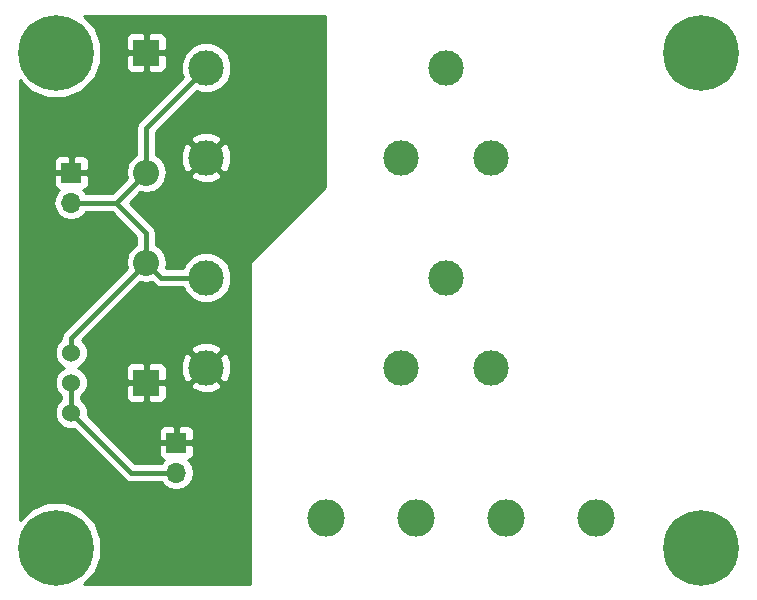
<source format=gtl>
G04 #@! TF.FileFunction,Copper,L1,Top,Signal*
%FSLAX46Y46*%
G04 Gerber Fmt 4.6, Leading zero omitted, Abs format (unit mm)*
G04 Created by KiCad (PCBNEW 4.0.4+e1-6308~48~ubuntu15.10.1-stable) date Tue Jan 24 12:24:32 2017*
%MOMM*%
%LPD*%
G01*
G04 APERTURE LIST*
%ADD10C,0.100000*%
%ADD11R,2.200000X2.200000*%
%ADD12O,2.200000X2.200000*%
%ADD13C,2.999740*%
%ADD14R,1.700000X1.700000*%
%ADD15O,1.700000X1.700000*%
%ADD16C,3.175000*%
%ADD17C,1.524000*%
%ADD18C,6.400000*%
%ADD19C,0.381000*%
%ADD20C,0.254000*%
G04 APERTURE END LIST*
D10*
D11*
X123190000Y-74930000D03*
D12*
X123190000Y-85090000D03*
D13*
X144780000Y-83820000D03*
X128270000Y-76200000D03*
X128270000Y-83820000D03*
X148590000Y-76200000D03*
X152400000Y-83820000D03*
X144780000Y-101600000D03*
X128270000Y-93980000D03*
X128270000Y-101600000D03*
X148590000Y-93980000D03*
X152400000Y-101600000D03*
D14*
X116840000Y-85090000D03*
D15*
X116840000Y-87630000D03*
D16*
X153670000Y-114300000D03*
X161290000Y-114300000D03*
X138430000Y-114300000D03*
X146050000Y-114300000D03*
D17*
X116840000Y-102870000D03*
X116840000Y-105410000D03*
X116840000Y-100330000D03*
D11*
X123190000Y-102870000D03*
D12*
X123190000Y-92710000D03*
D14*
X125730000Y-107950000D03*
D15*
X125730000Y-110490000D03*
D18*
X170180000Y-74930000D03*
X115570000Y-74930000D03*
X115570000Y-116840000D03*
X170180000Y-116840000D03*
D19*
X123190000Y-92710000D02*
X116840000Y-99060000D01*
X116840000Y-99060000D02*
X116840000Y-100330000D01*
X123190000Y-92710000D02*
X124460000Y-93980000D01*
X124460000Y-93980000D02*
X128270000Y-93980000D01*
X120650000Y-87630000D02*
X123190000Y-90170000D01*
X123190000Y-90170000D02*
X123190000Y-92710000D01*
X123190000Y-85090000D02*
X120650000Y-87630000D01*
X120650000Y-87630000D02*
X116840000Y-87630000D01*
X128270000Y-76200000D02*
X123190000Y-81280000D01*
X123190000Y-81280000D02*
X123190000Y-85090000D01*
X116840000Y-105410000D02*
X121920000Y-110490000D01*
X121920000Y-110490000D02*
X125730000Y-110490000D01*
X116840000Y-102870000D02*
X116840000Y-105410000D01*
D20*
G36*
X138303000Y-86307394D02*
X131990197Y-92620197D01*
X131962334Y-92662211D01*
X131953000Y-92710000D01*
X131953000Y-119940000D01*
X117892832Y-119940000D01*
X118819259Y-119015189D01*
X119404333Y-117606175D01*
X119405664Y-116080518D01*
X118823050Y-114670485D01*
X117745189Y-113590741D01*
X116336175Y-113005667D01*
X114810518Y-113004336D01*
X113400485Y-113586950D01*
X112470000Y-114515812D01*
X112470000Y-87630000D01*
X115325907Y-87630000D01*
X115438946Y-88198285D01*
X115760853Y-88680054D01*
X116242622Y-89001961D01*
X116810907Y-89115000D01*
X116869093Y-89115000D01*
X117437378Y-89001961D01*
X117919147Y-88680054D01*
X118069189Y-88455500D01*
X120308066Y-88455500D01*
X122364500Y-90511933D01*
X122364500Y-91181018D01*
X121963170Y-91449179D01*
X121587069Y-92012053D01*
X121455000Y-92676009D01*
X121455000Y-92743991D01*
X121543526Y-93189040D01*
X116256283Y-98476283D01*
X116077337Y-98744094D01*
X116077337Y-98744095D01*
X116014500Y-99060000D01*
X116014500Y-99180126D01*
X115656371Y-99537630D01*
X115443243Y-100050900D01*
X115442758Y-100606661D01*
X115654990Y-101120303D01*
X116047630Y-101513629D01*
X116255512Y-101599949D01*
X116049697Y-101684990D01*
X115656371Y-102077630D01*
X115443243Y-102590900D01*
X115442758Y-103146661D01*
X115654990Y-103660303D01*
X116014500Y-104020441D01*
X116014500Y-104260126D01*
X115656371Y-104617630D01*
X115443243Y-105130900D01*
X115442758Y-105686661D01*
X115654990Y-106200303D01*
X116047630Y-106593629D01*
X116560900Y-106806757D01*
X117069767Y-106807201D01*
X121336283Y-111073717D01*
X121604094Y-111252663D01*
X121920000Y-111315501D01*
X121920005Y-111315500D01*
X124500811Y-111315500D01*
X124650853Y-111540054D01*
X125132622Y-111861961D01*
X125700907Y-111975000D01*
X125759093Y-111975000D01*
X126327378Y-111861961D01*
X126809147Y-111540054D01*
X127131054Y-111058285D01*
X127244093Y-110490000D01*
X127131054Y-109921715D01*
X126809147Y-109439946D01*
X126765223Y-109410597D01*
X126939698Y-109338327D01*
X127118327Y-109159699D01*
X127215000Y-108926310D01*
X127215000Y-108235750D01*
X127056250Y-108077000D01*
X125857000Y-108077000D01*
X125857000Y-108097000D01*
X125603000Y-108097000D01*
X125603000Y-108077000D01*
X124403750Y-108077000D01*
X124245000Y-108235750D01*
X124245000Y-108926310D01*
X124341673Y-109159699D01*
X124520302Y-109338327D01*
X124694777Y-109410597D01*
X124650853Y-109439946D01*
X124500811Y-109664500D01*
X122261934Y-109664500D01*
X119571124Y-106973690D01*
X124245000Y-106973690D01*
X124245000Y-107664250D01*
X124403750Y-107823000D01*
X125603000Y-107823000D01*
X125603000Y-106623750D01*
X125857000Y-106623750D01*
X125857000Y-107823000D01*
X127056250Y-107823000D01*
X127215000Y-107664250D01*
X127215000Y-106973690D01*
X127118327Y-106740301D01*
X126939698Y-106561673D01*
X126706309Y-106465000D01*
X126015750Y-106465000D01*
X125857000Y-106623750D01*
X125603000Y-106623750D01*
X125444250Y-106465000D01*
X124753691Y-106465000D01*
X124520302Y-106561673D01*
X124341673Y-106740301D01*
X124245000Y-106973690D01*
X119571124Y-106973690D01*
X118236800Y-105639366D01*
X118237242Y-105133339D01*
X118025010Y-104619697D01*
X117665500Y-104259559D01*
X117665500Y-104019874D01*
X118023629Y-103662370D01*
X118233995Y-103155750D01*
X121455000Y-103155750D01*
X121455000Y-104096309D01*
X121551673Y-104329698D01*
X121730301Y-104508327D01*
X121963690Y-104605000D01*
X122904250Y-104605000D01*
X123063000Y-104446250D01*
X123063000Y-102997000D01*
X123317000Y-102997000D01*
X123317000Y-104446250D01*
X123475750Y-104605000D01*
X124416310Y-104605000D01*
X124649699Y-104508327D01*
X124828327Y-104329698D01*
X124925000Y-104096309D01*
X124925000Y-103155750D01*
X124883127Y-103113877D01*
X126935728Y-103113877D01*
X127095495Y-103432632D01*
X127886217Y-103742595D01*
X128735366Y-103726367D01*
X129444505Y-103432632D01*
X129604272Y-103113877D01*
X128270000Y-101779605D01*
X126935728Y-103113877D01*
X124883127Y-103113877D01*
X124766250Y-102997000D01*
X123317000Y-102997000D01*
X123063000Y-102997000D01*
X121613750Y-102997000D01*
X121455000Y-103155750D01*
X118233995Y-103155750D01*
X118236757Y-103149100D01*
X118237242Y-102593339D01*
X118025010Y-102079697D01*
X117632370Y-101686371D01*
X117529585Y-101643691D01*
X121455000Y-101643691D01*
X121455000Y-102584250D01*
X121613750Y-102743000D01*
X123063000Y-102743000D01*
X123063000Y-101293750D01*
X123317000Y-101293750D01*
X123317000Y-102743000D01*
X124766250Y-102743000D01*
X124925000Y-102584250D01*
X124925000Y-101643691D01*
X124828327Y-101410302D01*
X124649699Y-101231673D01*
X124612385Y-101216217D01*
X126127405Y-101216217D01*
X126143633Y-102065366D01*
X126437368Y-102774505D01*
X126756123Y-102934272D01*
X128090395Y-101600000D01*
X128449605Y-101600000D01*
X129783877Y-102934272D01*
X130102632Y-102774505D01*
X130412595Y-101983783D01*
X130396367Y-101134634D01*
X130102632Y-100425495D01*
X129783877Y-100265728D01*
X128449605Y-101600000D01*
X128090395Y-101600000D01*
X126756123Y-100265728D01*
X126437368Y-100425495D01*
X126127405Y-101216217D01*
X124612385Y-101216217D01*
X124416310Y-101135000D01*
X123475750Y-101135000D01*
X123317000Y-101293750D01*
X123063000Y-101293750D01*
X122904250Y-101135000D01*
X121963690Y-101135000D01*
X121730301Y-101231673D01*
X121551673Y-101410302D01*
X121455000Y-101643691D01*
X117529585Y-101643691D01*
X117424488Y-101600051D01*
X117630303Y-101515010D01*
X118023629Y-101122370D01*
X118236757Y-100609100D01*
X118237213Y-100086123D01*
X126935728Y-100086123D01*
X128270000Y-101420395D01*
X129604272Y-100086123D01*
X129444505Y-99767368D01*
X128653783Y-99457405D01*
X127804634Y-99473633D01*
X127095495Y-99767368D01*
X126935728Y-100086123D01*
X118237213Y-100086123D01*
X118237242Y-100053339D01*
X118025010Y-99539697D01*
X117776591Y-99290843D01*
X122688248Y-94379186D01*
X123190000Y-94478991D01*
X123691753Y-94379186D01*
X123876281Y-94563714D01*
X123876283Y-94563717D01*
X124036824Y-94670987D01*
X124144094Y-94742663D01*
X124460000Y-94805500D01*
X126301157Y-94805500D01*
X126459090Y-95187727D01*
X127059114Y-95788800D01*
X127843485Y-96114499D01*
X128692789Y-96115240D01*
X129477727Y-95790910D01*
X130078800Y-95190886D01*
X130404499Y-94406515D01*
X130405240Y-93557211D01*
X130080910Y-92772273D01*
X129480886Y-92171200D01*
X128696515Y-91845501D01*
X127847211Y-91844760D01*
X127062273Y-92169090D01*
X126461200Y-92769114D01*
X126301174Y-93154500D01*
X124843345Y-93154500D01*
X124925000Y-92743991D01*
X124925000Y-92676009D01*
X124792931Y-92012053D01*
X124416830Y-91449179D01*
X124015500Y-91181018D01*
X124015500Y-90170000D01*
X123952663Y-89854095D01*
X123773717Y-89586283D01*
X123773714Y-89586281D01*
X121817434Y-87630000D01*
X122688247Y-86759186D01*
X123190000Y-86858991D01*
X123853956Y-86726922D01*
X124416830Y-86350821D01*
X124792931Y-85787947D01*
X124883251Y-85333877D01*
X126935728Y-85333877D01*
X127095495Y-85652632D01*
X127886217Y-85962595D01*
X128735366Y-85946367D01*
X129444505Y-85652632D01*
X129604272Y-85333877D01*
X128270000Y-83999605D01*
X126935728Y-85333877D01*
X124883251Y-85333877D01*
X124925000Y-85123991D01*
X124925000Y-85056009D01*
X124792931Y-84392053D01*
X124416830Y-83829179D01*
X124015500Y-83561018D01*
X124015500Y-83436217D01*
X126127405Y-83436217D01*
X126143633Y-84285366D01*
X126437368Y-84994505D01*
X126756123Y-85154272D01*
X128090395Y-83820000D01*
X128449605Y-83820000D01*
X129783877Y-85154272D01*
X130102632Y-84994505D01*
X130412595Y-84203783D01*
X130396367Y-83354634D01*
X130102632Y-82645495D01*
X129783877Y-82485728D01*
X128449605Y-83820000D01*
X128090395Y-83820000D01*
X126756123Y-82485728D01*
X126437368Y-82645495D01*
X126127405Y-83436217D01*
X124015500Y-83436217D01*
X124015500Y-82306123D01*
X126935728Y-82306123D01*
X128270000Y-83640395D01*
X129604272Y-82306123D01*
X129444505Y-81987368D01*
X128653783Y-81677405D01*
X127804634Y-81693633D01*
X127095495Y-81987368D01*
X126935728Y-82306123D01*
X124015500Y-82306123D01*
X124015500Y-81621934D01*
X127461535Y-78175899D01*
X127843485Y-78334499D01*
X128692789Y-78335240D01*
X129477727Y-78010910D01*
X130078800Y-77410886D01*
X130404499Y-76626515D01*
X130405240Y-75777211D01*
X130080910Y-74992273D01*
X129480886Y-74391200D01*
X128696515Y-74065501D01*
X127847211Y-74064760D01*
X127062273Y-74389090D01*
X126461200Y-74989114D01*
X126135501Y-75773485D01*
X126134760Y-76622789D01*
X126294113Y-77008453D01*
X122606283Y-80696283D01*
X122427337Y-80964094D01*
X122427337Y-80964095D01*
X122364500Y-81280000D01*
X122364500Y-83561018D01*
X121963170Y-83829179D01*
X121587069Y-84392053D01*
X121455000Y-85056009D01*
X121455000Y-85123991D01*
X121543526Y-85569041D01*
X120308066Y-86804500D01*
X118069189Y-86804500D01*
X117919147Y-86579946D01*
X117875223Y-86550597D01*
X118049698Y-86478327D01*
X118228327Y-86299699D01*
X118325000Y-86066310D01*
X118325000Y-85375750D01*
X118166250Y-85217000D01*
X116967000Y-85217000D01*
X116967000Y-85237000D01*
X116713000Y-85237000D01*
X116713000Y-85217000D01*
X115513750Y-85217000D01*
X115355000Y-85375750D01*
X115355000Y-86066310D01*
X115451673Y-86299699D01*
X115630302Y-86478327D01*
X115804777Y-86550597D01*
X115760853Y-86579946D01*
X115438946Y-87061715D01*
X115325907Y-87630000D01*
X112470000Y-87630000D01*
X112470000Y-84113690D01*
X115355000Y-84113690D01*
X115355000Y-84804250D01*
X115513750Y-84963000D01*
X116713000Y-84963000D01*
X116713000Y-83763750D01*
X116967000Y-83763750D01*
X116967000Y-84963000D01*
X118166250Y-84963000D01*
X118325000Y-84804250D01*
X118325000Y-84113690D01*
X118228327Y-83880301D01*
X118049698Y-83701673D01*
X117816309Y-83605000D01*
X117125750Y-83605000D01*
X116967000Y-83763750D01*
X116713000Y-83763750D01*
X116554250Y-83605000D01*
X115863691Y-83605000D01*
X115630302Y-83701673D01*
X115451673Y-83880301D01*
X115355000Y-84113690D01*
X112470000Y-84113690D01*
X112470000Y-77252832D01*
X113394811Y-78179259D01*
X114803825Y-78764333D01*
X116329482Y-78765664D01*
X117739515Y-78183050D01*
X118819259Y-77105189D01*
X119404333Y-75696175D01*
X119404752Y-75215750D01*
X121455000Y-75215750D01*
X121455000Y-76156309D01*
X121551673Y-76389698D01*
X121730301Y-76568327D01*
X121963690Y-76665000D01*
X122904250Y-76665000D01*
X123063000Y-76506250D01*
X123063000Y-75057000D01*
X123317000Y-75057000D01*
X123317000Y-76506250D01*
X123475750Y-76665000D01*
X124416310Y-76665000D01*
X124649699Y-76568327D01*
X124828327Y-76389698D01*
X124925000Y-76156309D01*
X124925000Y-75215750D01*
X124766250Y-75057000D01*
X123317000Y-75057000D01*
X123063000Y-75057000D01*
X121613750Y-75057000D01*
X121455000Y-75215750D01*
X119404752Y-75215750D01*
X119405664Y-74170518D01*
X119212775Y-73703691D01*
X121455000Y-73703691D01*
X121455000Y-74644250D01*
X121613750Y-74803000D01*
X123063000Y-74803000D01*
X123063000Y-73353750D01*
X123317000Y-73353750D01*
X123317000Y-74803000D01*
X124766250Y-74803000D01*
X124925000Y-74644250D01*
X124925000Y-73703691D01*
X124828327Y-73470302D01*
X124649699Y-73291673D01*
X124416310Y-73195000D01*
X123475750Y-73195000D01*
X123317000Y-73353750D01*
X123063000Y-73353750D01*
X122904250Y-73195000D01*
X121963690Y-73195000D01*
X121730301Y-73291673D01*
X121551673Y-73470302D01*
X121455000Y-73703691D01*
X119212775Y-73703691D01*
X118823050Y-72760485D01*
X117894188Y-71830000D01*
X138303000Y-71830000D01*
X138303000Y-86307394D01*
X138303000Y-86307394D01*
G37*
X138303000Y-86307394D02*
X131990197Y-92620197D01*
X131962334Y-92662211D01*
X131953000Y-92710000D01*
X131953000Y-119940000D01*
X117892832Y-119940000D01*
X118819259Y-119015189D01*
X119404333Y-117606175D01*
X119405664Y-116080518D01*
X118823050Y-114670485D01*
X117745189Y-113590741D01*
X116336175Y-113005667D01*
X114810518Y-113004336D01*
X113400485Y-113586950D01*
X112470000Y-114515812D01*
X112470000Y-87630000D01*
X115325907Y-87630000D01*
X115438946Y-88198285D01*
X115760853Y-88680054D01*
X116242622Y-89001961D01*
X116810907Y-89115000D01*
X116869093Y-89115000D01*
X117437378Y-89001961D01*
X117919147Y-88680054D01*
X118069189Y-88455500D01*
X120308066Y-88455500D01*
X122364500Y-90511933D01*
X122364500Y-91181018D01*
X121963170Y-91449179D01*
X121587069Y-92012053D01*
X121455000Y-92676009D01*
X121455000Y-92743991D01*
X121543526Y-93189040D01*
X116256283Y-98476283D01*
X116077337Y-98744094D01*
X116077337Y-98744095D01*
X116014500Y-99060000D01*
X116014500Y-99180126D01*
X115656371Y-99537630D01*
X115443243Y-100050900D01*
X115442758Y-100606661D01*
X115654990Y-101120303D01*
X116047630Y-101513629D01*
X116255512Y-101599949D01*
X116049697Y-101684990D01*
X115656371Y-102077630D01*
X115443243Y-102590900D01*
X115442758Y-103146661D01*
X115654990Y-103660303D01*
X116014500Y-104020441D01*
X116014500Y-104260126D01*
X115656371Y-104617630D01*
X115443243Y-105130900D01*
X115442758Y-105686661D01*
X115654990Y-106200303D01*
X116047630Y-106593629D01*
X116560900Y-106806757D01*
X117069767Y-106807201D01*
X121336283Y-111073717D01*
X121604094Y-111252663D01*
X121920000Y-111315501D01*
X121920005Y-111315500D01*
X124500811Y-111315500D01*
X124650853Y-111540054D01*
X125132622Y-111861961D01*
X125700907Y-111975000D01*
X125759093Y-111975000D01*
X126327378Y-111861961D01*
X126809147Y-111540054D01*
X127131054Y-111058285D01*
X127244093Y-110490000D01*
X127131054Y-109921715D01*
X126809147Y-109439946D01*
X126765223Y-109410597D01*
X126939698Y-109338327D01*
X127118327Y-109159699D01*
X127215000Y-108926310D01*
X127215000Y-108235750D01*
X127056250Y-108077000D01*
X125857000Y-108077000D01*
X125857000Y-108097000D01*
X125603000Y-108097000D01*
X125603000Y-108077000D01*
X124403750Y-108077000D01*
X124245000Y-108235750D01*
X124245000Y-108926310D01*
X124341673Y-109159699D01*
X124520302Y-109338327D01*
X124694777Y-109410597D01*
X124650853Y-109439946D01*
X124500811Y-109664500D01*
X122261934Y-109664500D01*
X119571124Y-106973690D01*
X124245000Y-106973690D01*
X124245000Y-107664250D01*
X124403750Y-107823000D01*
X125603000Y-107823000D01*
X125603000Y-106623750D01*
X125857000Y-106623750D01*
X125857000Y-107823000D01*
X127056250Y-107823000D01*
X127215000Y-107664250D01*
X127215000Y-106973690D01*
X127118327Y-106740301D01*
X126939698Y-106561673D01*
X126706309Y-106465000D01*
X126015750Y-106465000D01*
X125857000Y-106623750D01*
X125603000Y-106623750D01*
X125444250Y-106465000D01*
X124753691Y-106465000D01*
X124520302Y-106561673D01*
X124341673Y-106740301D01*
X124245000Y-106973690D01*
X119571124Y-106973690D01*
X118236800Y-105639366D01*
X118237242Y-105133339D01*
X118025010Y-104619697D01*
X117665500Y-104259559D01*
X117665500Y-104019874D01*
X118023629Y-103662370D01*
X118233995Y-103155750D01*
X121455000Y-103155750D01*
X121455000Y-104096309D01*
X121551673Y-104329698D01*
X121730301Y-104508327D01*
X121963690Y-104605000D01*
X122904250Y-104605000D01*
X123063000Y-104446250D01*
X123063000Y-102997000D01*
X123317000Y-102997000D01*
X123317000Y-104446250D01*
X123475750Y-104605000D01*
X124416310Y-104605000D01*
X124649699Y-104508327D01*
X124828327Y-104329698D01*
X124925000Y-104096309D01*
X124925000Y-103155750D01*
X124883127Y-103113877D01*
X126935728Y-103113877D01*
X127095495Y-103432632D01*
X127886217Y-103742595D01*
X128735366Y-103726367D01*
X129444505Y-103432632D01*
X129604272Y-103113877D01*
X128270000Y-101779605D01*
X126935728Y-103113877D01*
X124883127Y-103113877D01*
X124766250Y-102997000D01*
X123317000Y-102997000D01*
X123063000Y-102997000D01*
X121613750Y-102997000D01*
X121455000Y-103155750D01*
X118233995Y-103155750D01*
X118236757Y-103149100D01*
X118237242Y-102593339D01*
X118025010Y-102079697D01*
X117632370Y-101686371D01*
X117529585Y-101643691D01*
X121455000Y-101643691D01*
X121455000Y-102584250D01*
X121613750Y-102743000D01*
X123063000Y-102743000D01*
X123063000Y-101293750D01*
X123317000Y-101293750D01*
X123317000Y-102743000D01*
X124766250Y-102743000D01*
X124925000Y-102584250D01*
X124925000Y-101643691D01*
X124828327Y-101410302D01*
X124649699Y-101231673D01*
X124612385Y-101216217D01*
X126127405Y-101216217D01*
X126143633Y-102065366D01*
X126437368Y-102774505D01*
X126756123Y-102934272D01*
X128090395Y-101600000D01*
X128449605Y-101600000D01*
X129783877Y-102934272D01*
X130102632Y-102774505D01*
X130412595Y-101983783D01*
X130396367Y-101134634D01*
X130102632Y-100425495D01*
X129783877Y-100265728D01*
X128449605Y-101600000D01*
X128090395Y-101600000D01*
X126756123Y-100265728D01*
X126437368Y-100425495D01*
X126127405Y-101216217D01*
X124612385Y-101216217D01*
X124416310Y-101135000D01*
X123475750Y-101135000D01*
X123317000Y-101293750D01*
X123063000Y-101293750D01*
X122904250Y-101135000D01*
X121963690Y-101135000D01*
X121730301Y-101231673D01*
X121551673Y-101410302D01*
X121455000Y-101643691D01*
X117529585Y-101643691D01*
X117424488Y-101600051D01*
X117630303Y-101515010D01*
X118023629Y-101122370D01*
X118236757Y-100609100D01*
X118237213Y-100086123D01*
X126935728Y-100086123D01*
X128270000Y-101420395D01*
X129604272Y-100086123D01*
X129444505Y-99767368D01*
X128653783Y-99457405D01*
X127804634Y-99473633D01*
X127095495Y-99767368D01*
X126935728Y-100086123D01*
X118237213Y-100086123D01*
X118237242Y-100053339D01*
X118025010Y-99539697D01*
X117776591Y-99290843D01*
X122688248Y-94379186D01*
X123190000Y-94478991D01*
X123691753Y-94379186D01*
X123876281Y-94563714D01*
X123876283Y-94563717D01*
X124036824Y-94670987D01*
X124144094Y-94742663D01*
X124460000Y-94805500D01*
X126301157Y-94805500D01*
X126459090Y-95187727D01*
X127059114Y-95788800D01*
X127843485Y-96114499D01*
X128692789Y-96115240D01*
X129477727Y-95790910D01*
X130078800Y-95190886D01*
X130404499Y-94406515D01*
X130405240Y-93557211D01*
X130080910Y-92772273D01*
X129480886Y-92171200D01*
X128696515Y-91845501D01*
X127847211Y-91844760D01*
X127062273Y-92169090D01*
X126461200Y-92769114D01*
X126301174Y-93154500D01*
X124843345Y-93154500D01*
X124925000Y-92743991D01*
X124925000Y-92676009D01*
X124792931Y-92012053D01*
X124416830Y-91449179D01*
X124015500Y-91181018D01*
X124015500Y-90170000D01*
X123952663Y-89854095D01*
X123773717Y-89586283D01*
X123773714Y-89586281D01*
X121817434Y-87630000D01*
X122688247Y-86759186D01*
X123190000Y-86858991D01*
X123853956Y-86726922D01*
X124416830Y-86350821D01*
X124792931Y-85787947D01*
X124883251Y-85333877D01*
X126935728Y-85333877D01*
X127095495Y-85652632D01*
X127886217Y-85962595D01*
X128735366Y-85946367D01*
X129444505Y-85652632D01*
X129604272Y-85333877D01*
X128270000Y-83999605D01*
X126935728Y-85333877D01*
X124883251Y-85333877D01*
X124925000Y-85123991D01*
X124925000Y-85056009D01*
X124792931Y-84392053D01*
X124416830Y-83829179D01*
X124015500Y-83561018D01*
X124015500Y-83436217D01*
X126127405Y-83436217D01*
X126143633Y-84285366D01*
X126437368Y-84994505D01*
X126756123Y-85154272D01*
X128090395Y-83820000D01*
X128449605Y-83820000D01*
X129783877Y-85154272D01*
X130102632Y-84994505D01*
X130412595Y-84203783D01*
X130396367Y-83354634D01*
X130102632Y-82645495D01*
X129783877Y-82485728D01*
X128449605Y-83820000D01*
X128090395Y-83820000D01*
X126756123Y-82485728D01*
X126437368Y-82645495D01*
X126127405Y-83436217D01*
X124015500Y-83436217D01*
X124015500Y-82306123D01*
X126935728Y-82306123D01*
X128270000Y-83640395D01*
X129604272Y-82306123D01*
X129444505Y-81987368D01*
X128653783Y-81677405D01*
X127804634Y-81693633D01*
X127095495Y-81987368D01*
X126935728Y-82306123D01*
X124015500Y-82306123D01*
X124015500Y-81621934D01*
X127461535Y-78175899D01*
X127843485Y-78334499D01*
X128692789Y-78335240D01*
X129477727Y-78010910D01*
X130078800Y-77410886D01*
X130404499Y-76626515D01*
X130405240Y-75777211D01*
X130080910Y-74992273D01*
X129480886Y-74391200D01*
X128696515Y-74065501D01*
X127847211Y-74064760D01*
X127062273Y-74389090D01*
X126461200Y-74989114D01*
X126135501Y-75773485D01*
X126134760Y-76622789D01*
X126294113Y-77008453D01*
X122606283Y-80696283D01*
X122427337Y-80964094D01*
X122427337Y-80964095D01*
X122364500Y-81280000D01*
X122364500Y-83561018D01*
X121963170Y-83829179D01*
X121587069Y-84392053D01*
X121455000Y-85056009D01*
X121455000Y-85123991D01*
X121543526Y-85569041D01*
X120308066Y-86804500D01*
X118069189Y-86804500D01*
X117919147Y-86579946D01*
X117875223Y-86550597D01*
X118049698Y-86478327D01*
X118228327Y-86299699D01*
X118325000Y-86066310D01*
X118325000Y-85375750D01*
X118166250Y-85217000D01*
X116967000Y-85217000D01*
X116967000Y-85237000D01*
X116713000Y-85237000D01*
X116713000Y-85217000D01*
X115513750Y-85217000D01*
X115355000Y-85375750D01*
X115355000Y-86066310D01*
X115451673Y-86299699D01*
X115630302Y-86478327D01*
X115804777Y-86550597D01*
X115760853Y-86579946D01*
X115438946Y-87061715D01*
X115325907Y-87630000D01*
X112470000Y-87630000D01*
X112470000Y-84113690D01*
X115355000Y-84113690D01*
X115355000Y-84804250D01*
X115513750Y-84963000D01*
X116713000Y-84963000D01*
X116713000Y-83763750D01*
X116967000Y-83763750D01*
X116967000Y-84963000D01*
X118166250Y-84963000D01*
X118325000Y-84804250D01*
X118325000Y-84113690D01*
X118228327Y-83880301D01*
X118049698Y-83701673D01*
X117816309Y-83605000D01*
X117125750Y-83605000D01*
X116967000Y-83763750D01*
X116713000Y-83763750D01*
X116554250Y-83605000D01*
X115863691Y-83605000D01*
X115630302Y-83701673D01*
X115451673Y-83880301D01*
X115355000Y-84113690D01*
X112470000Y-84113690D01*
X112470000Y-77252832D01*
X113394811Y-78179259D01*
X114803825Y-78764333D01*
X116329482Y-78765664D01*
X117739515Y-78183050D01*
X118819259Y-77105189D01*
X119404333Y-75696175D01*
X119404752Y-75215750D01*
X121455000Y-75215750D01*
X121455000Y-76156309D01*
X121551673Y-76389698D01*
X121730301Y-76568327D01*
X121963690Y-76665000D01*
X122904250Y-76665000D01*
X123063000Y-76506250D01*
X123063000Y-75057000D01*
X123317000Y-75057000D01*
X123317000Y-76506250D01*
X123475750Y-76665000D01*
X124416310Y-76665000D01*
X124649699Y-76568327D01*
X124828327Y-76389698D01*
X124925000Y-76156309D01*
X124925000Y-75215750D01*
X124766250Y-75057000D01*
X123317000Y-75057000D01*
X123063000Y-75057000D01*
X121613750Y-75057000D01*
X121455000Y-75215750D01*
X119404752Y-75215750D01*
X119405664Y-74170518D01*
X119212775Y-73703691D01*
X121455000Y-73703691D01*
X121455000Y-74644250D01*
X121613750Y-74803000D01*
X123063000Y-74803000D01*
X123063000Y-73353750D01*
X123317000Y-73353750D01*
X123317000Y-74803000D01*
X124766250Y-74803000D01*
X124925000Y-74644250D01*
X124925000Y-73703691D01*
X124828327Y-73470302D01*
X124649699Y-73291673D01*
X124416310Y-73195000D01*
X123475750Y-73195000D01*
X123317000Y-73353750D01*
X123063000Y-73353750D01*
X122904250Y-73195000D01*
X121963690Y-73195000D01*
X121730301Y-73291673D01*
X121551673Y-73470302D01*
X121455000Y-73703691D01*
X119212775Y-73703691D01*
X118823050Y-72760485D01*
X117894188Y-71830000D01*
X138303000Y-71830000D01*
X138303000Y-86307394D01*
M02*

</source>
